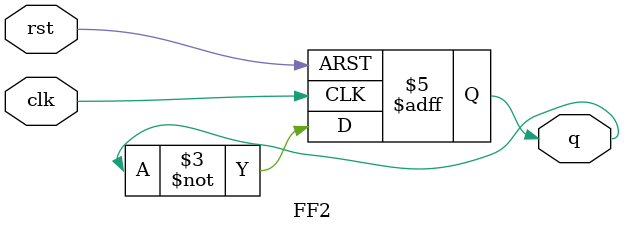
<source format=v>
module FF2(q, clk, rst);
    output q;
    input clk, rst;
    reg q = 1'b0;
    always @(negedge rst or posedge clk) begin
       if (!rst)
            q <= 1'b0;
        else
            q <= ~q; 
    end
endmodule

</source>
